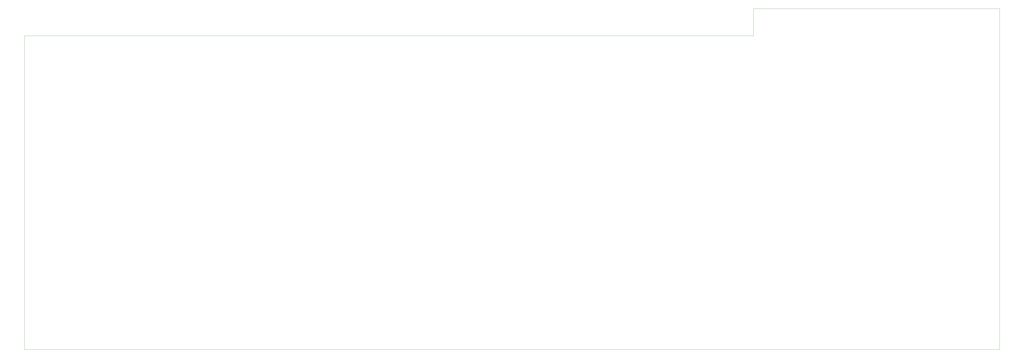
<source format=gbr>
G04 #@! TF.GenerationSoftware,KiCad,Pcbnew,(5.1.10)-1*
G04 #@! TF.CreationDate,2021-10-17T16:09:46+10:00*
G04 #@! TF.ProjectId,RedPyKeeb_mainboard,52656450-794b-4656-9562-5f6d61696e62,rev?*
G04 #@! TF.SameCoordinates,Original*
G04 #@! TF.FileFunction,Profile,NP*
%FSLAX46Y46*%
G04 Gerber Fmt 4.6, Leading zero omitted, Abs format (unit mm)*
G04 Created by KiCad (PCBNEW (5.1.10)-1) date 2021-10-17 16:09:46*
%MOMM*%
%LPD*%
G01*
G04 APERTURE LIST*
G04 #@! TA.AperFunction,Profile*
%ADD10C,0.100000*%
G04 #@! TD*
G04 APERTURE END LIST*
D10*
X338000000Y-16000000D02*
X447000000Y-16000000D01*
X15000000Y-28000000D02*
X338000000Y-28000000D01*
X338000000Y-28000000D02*
X338000000Y-16000000D01*
X447000000Y-16000000D02*
X447000000Y-167000000D01*
X15000000Y-167000000D02*
X15000000Y-28000000D01*
X447000000Y-167000000D02*
X15000000Y-167000000D01*
M02*

</source>
